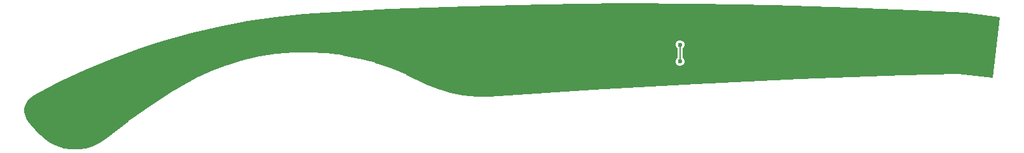
<source format=gbr>
G04 #@! TF.GenerationSoftware,KiCad,Pcbnew,(5.0.1)-3*
G04 #@! TF.CreationDate,2021-05-06T18:47:49+10:00*
G04 #@! TF.ProjectId,LED Right Glasses Arm (power),4C454420526967687420476C61737365,rev?*
G04 #@! TF.SameCoordinates,Original*
G04 #@! TF.FileFunction,Copper,L2,Bot,Signal*
G04 #@! TF.FilePolarity,Positive*
%FSLAX46Y46*%
G04 Gerber Fmt 4.6, Leading zero omitted, Abs format (unit mm)*
G04 Created by KiCad (PCBNEW (5.0.1)-3) date 6/05/2021 6:47:49 PM*
%MOMM*%
%LPD*%
G01*
G04 APERTURE LIST*
G04 #@! TA.AperFunction,ViaPad*
%ADD10C,0.600000*%
G04 #@! TD*
G04 #@! TA.AperFunction,Conductor*
%ADD11C,0.150000*%
G04 #@! TD*
G04 APERTURE END LIST*
D10*
G04 #@! TO.N,GND*
X213550000Y-97450000D03*
X212100000Y-97250000D03*
X214900000Y-97600000D03*
X212000000Y-98300000D03*
X213450000Y-98450000D03*
X214800000Y-98600000D03*
X96900000Y-104350000D03*
X98250000Y-103700000D03*
X99650000Y-103050000D03*
X100050000Y-103950000D03*
X98650000Y-104550000D03*
X97300000Y-105250000D03*
X161600000Y-100250000D03*
X162400000Y-100250000D03*
X162550000Y-95600000D03*
X161900000Y-95600000D03*
X161250000Y-95600000D03*
X164950000Y-98400000D03*
X159400000Y-98750000D03*
X169400000Y-99000000D03*
X187850000Y-93900000D03*
X167500000Y-94050000D03*
X170500000Y-94050000D03*
X156500000Y-99950000D03*
X141000000Y-97500000D03*
G04 #@! TO.N,/PG*
X173550000Y-94800000D03*
X173550000Y-97050000D03*
G04 #@! TD*
D11*
G04 #@! TO.N,/PG*
X173550000Y-97050000D02*
X173550000Y-94800000D01*
G04 #@! TD*
G04 #@! TO.N,GND*
G36*
X175764103Y-89382065D02*
X185962727Y-89556438D01*
X196157851Y-89873186D01*
X206348425Y-90332288D01*
X211595694Y-90624383D01*
X216053716Y-91137591D01*
X215151143Y-99137918D01*
X210622914Y-98627058D01*
X210590545Y-98621468D01*
X210576521Y-98621824D01*
X210562590Y-98620252D01*
X210529877Y-98623007D01*
X210487752Y-98624075D01*
X210487102Y-98624222D01*
X203278597Y-98827171D01*
X203276743Y-98827233D01*
X203274803Y-98827293D01*
X189490736Y-99325634D01*
X189485767Y-99325840D01*
X175707674Y-99968498D01*
X175702707Y-99968756D01*
X161932100Y-100755660D01*
X161927135Y-100755969D01*
X148185851Y-101685657D01*
X146454112Y-101654113D01*
X144732057Y-101471795D01*
X143032445Y-101140083D01*
X141368199Y-100661499D01*
X139747268Y-100037868D01*
X138948095Y-99668268D01*
X137182160Y-98768504D01*
X137167878Y-98761844D01*
X137153560Y-98755110D01*
X135131553Y-97888925D01*
X135131539Y-97888919D01*
X135112488Y-97881534D01*
X135100627Y-97876936D01*
X135100618Y-97876933D01*
X133023108Y-97153906D01*
X132991435Y-97144108D01*
X132991428Y-97144106D01*
X130868543Y-96567759D01*
X130836263Y-96560194D01*
X128678337Y-96133334D01*
X128645608Y-96128039D01*
X126463163Y-95852749D01*
X126430144Y-95849751D01*
X124233812Y-95727370D01*
X124200665Y-95726681D01*
X124200637Y-95726682D01*
X122001146Y-95757809D01*
X122001145Y-95757809D01*
X121968031Y-95759434D01*
X119776041Y-95943915D01*
X119743121Y-95947847D01*
X117569340Y-96284784D01*
X117536774Y-96291003D01*
X115391791Y-96778755D01*
X115359738Y-96787230D01*
X113254012Y-97423418D01*
X113254004Y-97423420D01*
X113222621Y-97434110D01*
X111166395Y-98215638D01*
X111148832Y-98223025D01*
X111135833Y-98228492D01*
X109139133Y-99151553D01*
X109109543Y-99166507D01*
X107182096Y-100226601D01*
X107181181Y-100227147D01*
X107164796Y-100236596D01*
X106130116Y-100863737D01*
X106124326Y-100867422D01*
X106118450Y-100871041D01*
X103022251Y-102872616D01*
X103022230Y-102872629D01*
X103015300Y-102877326D01*
X103005076Y-102884256D01*
X103005046Y-102884278D01*
X99999110Y-105018995D01*
X99982479Y-105031360D01*
X97082638Y-107287290D01*
X96256773Y-107860879D01*
X95374560Y-108292709D01*
X94437175Y-108586129D01*
X93466201Y-108734381D01*
X92483970Y-108734058D01*
X91513084Y-108585163D01*
X90575899Y-108291128D01*
X89692170Y-107857832D01*
X88971153Y-107365321D01*
X88039487Y-106536595D01*
X87211288Y-105598727D01*
X86631295Y-104775335D01*
X86399839Y-104288431D01*
X86293546Y-103771744D01*
X86299966Y-103357342D01*
X86422214Y-102844197D01*
X86660862Y-102379838D01*
X87004162Y-101984917D01*
X87429728Y-101681594D01*
X90777774Y-99926899D01*
X94216713Y-98304344D01*
X97720595Y-96827216D01*
X101283255Y-95498110D01*
X103836125Y-94665734D01*
X172875000Y-94665734D01*
X172875000Y-94934266D01*
X172977763Y-95182357D01*
X173100001Y-95304595D01*
X173100000Y-96545406D01*
X172977763Y-96667643D01*
X172875000Y-96915734D01*
X172875000Y-97184266D01*
X172977763Y-97432357D01*
X173167643Y-97622237D01*
X173415734Y-97725000D01*
X173684266Y-97725000D01*
X173932357Y-97622237D01*
X174122237Y-97432357D01*
X174225000Y-97184266D01*
X174225000Y-96915734D01*
X174122237Y-96667643D01*
X174000000Y-96545406D01*
X174000000Y-95304594D01*
X174122237Y-95182357D01*
X174225000Y-94934266D01*
X174225000Y-94665734D01*
X174122237Y-94417643D01*
X173932357Y-94227763D01*
X173684266Y-94125000D01*
X173415734Y-94125000D01*
X173167643Y-94227763D01*
X172977763Y-94417643D01*
X172875000Y-94665734D01*
X103836125Y-94665734D01*
X104898443Y-94319360D01*
X108559837Y-93293029D01*
X112260952Y-92420932D01*
X115995386Y-91704577D01*
X119756524Y-91145236D01*
X123541112Y-90743533D01*
X124791959Y-90645946D01*
X134975231Y-90108615D01*
X145167618Y-89713415D01*
X155364598Y-89460561D01*
X165564040Y-89350104D01*
X175764103Y-89382065D01*
X175764103Y-89382065D01*
G37*
X175764103Y-89382065D02*
X185962727Y-89556438D01*
X196157851Y-89873186D01*
X206348425Y-90332288D01*
X211595694Y-90624383D01*
X216053716Y-91137591D01*
X215151143Y-99137918D01*
X210622914Y-98627058D01*
X210590545Y-98621468D01*
X210576521Y-98621824D01*
X210562590Y-98620252D01*
X210529877Y-98623007D01*
X210487752Y-98624075D01*
X210487102Y-98624222D01*
X203278597Y-98827171D01*
X203276743Y-98827233D01*
X203274803Y-98827293D01*
X189490736Y-99325634D01*
X189485767Y-99325840D01*
X175707674Y-99968498D01*
X175702707Y-99968756D01*
X161932100Y-100755660D01*
X161927135Y-100755969D01*
X148185851Y-101685657D01*
X146454112Y-101654113D01*
X144732057Y-101471795D01*
X143032445Y-101140083D01*
X141368199Y-100661499D01*
X139747268Y-100037868D01*
X138948095Y-99668268D01*
X137182160Y-98768504D01*
X137167878Y-98761844D01*
X137153560Y-98755110D01*
X135131553Y-97888925D01*
X135131539Y-97888919D01*
X135112488Y-97881534D01*
X135100627Y-97876936D01*
X135100618Y-97876933D01*
X133023108Y-97153906D01*
X132991435Y-97144108D01*
X132991428Y-97144106D01*
X130868543Y-96567759D01*
X130836263Y-96560194D01*
X128678337Y-96133334D01*
X128645608Y-96128039D01*
X126463163Y-95852749D01*
X126430144Y-95849751D01*
X124233812Y-95727370D01*
X124200665Y-95726681D01*
X124200637Y-95726682D01*
X122001146Y-95757809D01*
X122001145Y-95757809D01*
X121968031Y-95759434D01*
X119776041Y-95943915D01*
X119743121Y-95947847D01*
X117569340Y-96284784D01*
X117536774Y-96291003D01*
X115391791Y-96778755D01*
X115359738Y-96787230D01*
X113254012Y-97423418D01*
X113254004Y-97423420D01*
X113222621Y-97434110D01*
X111166395Y-98215638D01*
X111148832Y-98223025D01*
X111135833Y-98228492D01*
X109139133Y-99151553D01*
X109109543Y-99166507D01*
X107182096Y-100226601D01*
X107181181Y-100227147D01*
X107164796Y-100236596D01*
X106130116Y-100863737D01*
X106124326Y-100867422D01*
X106118450Y-100871041D01*
X103022251Y-102872616D01*
X103022230Y-102872629D01*
X103015300Y-102877326D01*
X103005076Y-102884256D01*
X103005046Y-102884278D01*
X99999110Y-105018995D01*
X99982479Y-105031360D01*
X97082638Y-107287290D01*
X96256773Y-107860879D01*
X95374560Y-108292709D01*
X94437175Y-108586129D01*
X93466201Y-108734381D01*
X92483970Y-108734058D01*
X91513084Y-108585163D01*
X90575899Y-108291128D01*
X89692170Y-107857832D01*
X88971153Y-107365321D01*
X88039487Y-106536595D01*
X87211288Y-105598727D01*
X86631295Y-104775335D01*
X86399839Y-104288431D01*
X86293546Y-103771744D01*
X86299966Y-103357342D01*
X86422214Y-102844197D01*
X86660862Y-102379838D01*
X87004162Y-101984917D01*
X87429728Y-101681594D01*
X90777774Y-99926899D01*
X94216713Y-98304344D01*
X97720595Y-96827216D01*
X101283255Y-95498110D01*
X103836125Y-94665734D01*
X172875000Y-94665734D01*
X172875000Y-94934266D01*
X172977763Y-95182357D01*
X173100001Y-95304595D01*
X173100000Y-96545406D01*
X172977763Y-96667643D01*
X172875000Y-96915734D01*
X172875000Y-97184266D01*
X172977763Y-97432357D01*
X173167643Y-97622237D01*
X173415734Y-97725000D01*
X173684266Y-97725000D01*
X173932357Y-97622237D01*
X174122237Y-97432357D01*
X174225000Y-97184266D01*
X174225000Y-96915734D01*
X174122237Y-96667643D01*
X174000000Y-96545406D01*
X174000000Y-95304594D01*
X174122237Y-95182357D01*
X174225000Y-94934266D01*
X174225000Y-94665734D01*
X174122237Y-94417643D01*
X173932357Y-94227763D01*
X173684266Y-94125000D01*
X173415734Y-94125000D01*
X173167643Y-94227763D01*
X172977763Y-94417643D01*
X172875000Y-94665734D01*
X103836125Y-94665734D01*
X104898443Y-94319360D01*
X108559837Y-93293029D01*
X112260952Y-92420932D01*
X115995386Y-91704577D01*
X119756524Y-91145236D01*
X123541112Y-90743533D01*
X124791959Y-90645946D01*
X134975231Y-90108615D01*
X145167618Y-89713415D01*
X155364598Y-89460561D01*
X165564040Y-89350104D01*
X175764103Y-89382065D01*
G04 #@! TD*
M02*

</source>
